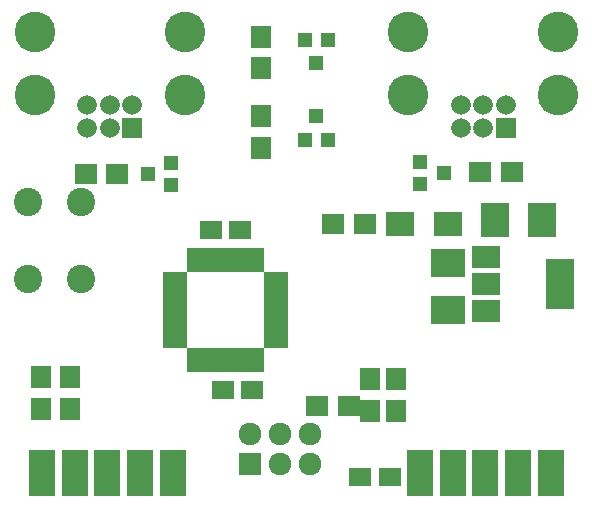
<source format=gts>
G04 #@! TF.FileFunction,Soldermask,Top*
%FSLAX46Y46*%
G04 Gerber Fmt 4.6, Leading zero omitted, Abs format (unit mm)*
G04 Created by KiCad (PCBNEW 4.0.7-e2-6376~58~ubuntu17.04.1) date Sun Mar  4 22:48:04 2018*
%MOMM*%
%LPD*%
G01*
G04 APERTURE LIST*
%ADD10C,0.100000*%
%ADD11R,1.670000X1.670000*%
%ADD12C,1.670000*%
%ADD13C,3.448000*%
%ADD14R,0.950000X2.000000*%
%ADD15R,2.000000X0.950000*%
%ADD16R,2.246667X3.880000*%
%ADD17R,1.300000X1.200000*%
%ADD18R,1.200000X1.300000*%
%ADD19R,2.400000X4.200000*%
%ADD20R,2.400000X1.900000*%
%ADD21R,1.700000X1.900000*%
%ADD22R,2.900000X2.400000*%
%ADD23R,2.400000X2.900000*%
%ADD24R,1.900000X1.650000*%
%ADD25R,1.900000X1.700000*%
%ADD26R,1.924000X1.924000*%
%ADD27C,1.924000*%
%ADD28R,2.400000X2.100000*%
%ADD29C,2.400000*%
G04 APERTURE END LIST*
D10*
D11*
X119105000Y-82388000D03*
D12*
X119105000Y-80483000D03*
X117200000Y-82388000D03*
X117200000Y-80483000D03*
X115295000Y-82388000D03*
X115295000Y-80483000D03*
D13*
X123550000Y-79594000D03*
X110850000Y-74260000D03*
X123550000Y-74260000D03*
X110850000Y-79594000D03*
D14*
X98200000Y-93550000D03*
X97400000Y-93550000D03*
X96600000Y-93550000D03*
X95800000Y-93550000D03*
X95000000Y-93550000D03*
X94200000Y-93550000D03*
X93400000Y-93550000D03*
X92600000Y-93550000D03*
D15*
X91150000Y-95000000D03*
X91150000Y-95800000D03*
X91150000Y-96600000D03*
X91150000Y-97400000D03*
X91150000Y-98200000D03*
X91150000Y-99000000D03*
X91150000Y-99800000D03*
X91150000Y-100600000D03*
D14*
X92600000Y-102050000D03*
X93400000Y-102050000D03*
X94200000Y-102050000D03*
X95000000Y-102050000D03*
X95800000Y-102050000D03*
X96600000Y-102050000D03*
X97400000Y-102050000D03*
X98200000Y-102050000D03*
D15*
X99650000Y-100600000D03*
X99650000Y-99800000D03*
X99650000Y-99000000D03*
X99650000Y-98200000D03*
X99650000Y-97400000D03*
X99650000Y-96600000D03*
X99650000Y-95800000D03*
X99650000Y-95000000D03*
D16*
X90940000Y-111600000D03*
X88170000Y-111600000D03*
X85400000Y-111600000D03*
X82630000Y-111600000D03*
X79860000Y-111600000D03*
X122940000Y-111600000D03*
X120170000Y-111600000D03*
X117400000Y-111600000D03*
X114630000Y-111600000D03*
X111860000Y-111600000D03*
D11*
X87505000Y-82388000D03*
D12*
X87505000Y-80483000D03*
X85600000Y-82388000D03*
X85600000Y-80483000D03*
X83695000Y-82388000D03*
X83695000Y-80483000D03*
D13*
X91950000Y-79594000D03*
X79250000Y-74260000D03*
X91950000Y-74260000D03*
X79250000Y-79594000D03*
D17*
X90800000Y-87250000D03*
X90800000Y-85350000D03*
X88800000Y-86300000D03*
X111900000Y-85250000D03*
X111900000Y-87150000D03*
X113900000Y-86200000D03*
D18*
X104050000Y-74900000D03*
X102150000Y-74900000D03*
X103100000Y-76900000D03*
X102150000Y-83400000D03*
X104050000Y-83400000D03*
X103100000Y-81400000D03*
D19*
X123750000Y-95600000D03*
D20*
X117450000Y-95600000D03*
X117450000Y-97900000D03*
X117450000Y-93300000D03*
D21*
X109800000Y-103650000D03*
X109800000Y-106350000D03*
X107600000Y-103650000D03*
X107600000Y-106350000D03*
X82200000Y-103450000D03*
X82200000Y-106150000D03*
X79800000Y-103450000D03*
X79800000Y-106150000D03*
D22*
X114200000Y-97800000D03*
X114200000Y-93800000D03*
D23*
X122200000Y-90200000D03*
X118200000Y-90200000D03*
D24*
X96650000Y-91000000D03*
X94150000Y-91000000D03*
X95150000Y-104600000D03*
X97650000Y-104600000D03*
D25*
X86250000Y-86300000D03*
X83550000Y-86300000D03*
X119650000Y-86100000D03*
X116950000Y-86100000D03*
D21*
X98400000Y-77350000D03*
X98400000Y-74650000D03*
X98400000Y-81400000D03*
X98400000Y-84100000D03*
D26*
X97460000Y-110870000D03*
D27*
X97460000Y-108330000D03*
X100000000Y-110870000D03*
X100000000Y-108330000D03*
X102540000Y-110870000D03*
X102540000Y-108330000D03*
D28*
X114200000Y-90500000D03*
X110200000Y-90500000D03*
D25*
X104500000Y-90500000D03*
X107200000Y-90500000D03*
D29*
X83200000Y-95200000D03*
X78700000Y-95200000D03*
X83200000Y-88700000D03*
X78700000Y-88700000D03*
D24*
X106800000Y-111900000D03*
X109300000Y-111900000D03*
D25*
X103150000Y-105900000D03*
X105850000Y-105900000D03*
M02*

</source>
